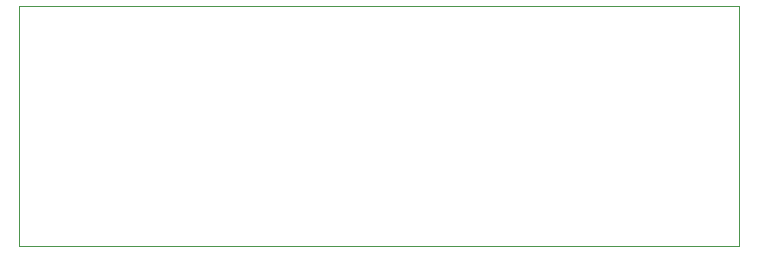
<source format=gbr>
%TF.GenerationSoftware,KiCad,Pcbnew,7.0.1-3b83917a11~172~ubuntu22.04.1*%
%TF.CreationDate,2024-11-25T12:37:55-06:00*%
%TF.ProjectId,Quron_BMS,5175726f-6e5f-4424-9d53-2e6b69636164,rev?*%
%TF.SameCoordinates,Original*%
%TF.FileFunction,Profile,NP*%
%FSLAX46Y46*%
G04 Gerber Fmt 4.6, Leading zero omitted, Abs format (unit mm)*
G04 Created by KiCad (PCBNEW 7.0.1-3b83917a11~172~ubuntu22.04.1) date 2024-11-25 12:37:55*
%MOMM*%
%LPD*%
G01*
G04 APERTURE LIST*
%TA.AperFunction,Profile*%
%ADD10C,0.100000*%
%TD*%
G04 APERTURE END LIST*
D10*
X132080000Y-129540000D02*
X193040000Y-129540000D01*
X193040000Y-149860000D01*
X132080000Y-149860000D01*
X132080000Y-129540000D01*
M02*

</source>
